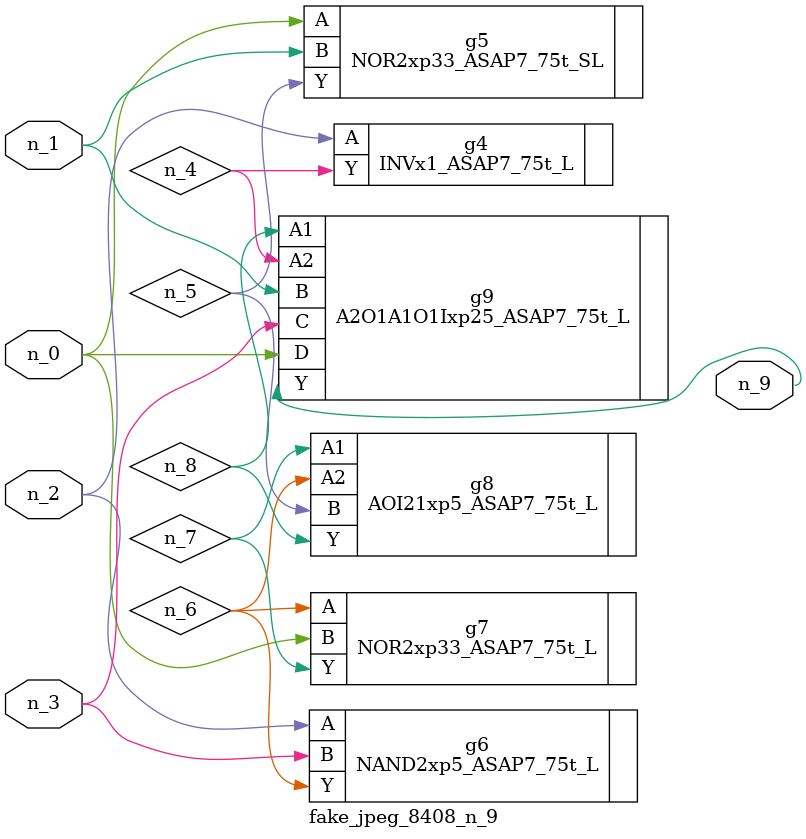
<source format=v>
module fake_jpeg_8408_n_9 (n_0, n_3, n_2, n_1, n_9);

input n_0;
input n_3;
input n_2;
input n_1;

output n_9;

wire n_4;
wire n_8;
wire n_6;
wire n_5;
wire n_7;

INVx1_ASAP7_75t_L g4 ( 
.A(n_2),
.Y(n_4)
);

NOR2xp33_ASAP7_75t_SL g5 ( 
.A(n_0),
.B(n_1),
.Y(n_5)
);

NAND2xp5_ASAP7_75t_L g6 ( 
.A(n_2),
.B(n_3),
.Y(n_6)
);

NOR2xp33_ASAP7_75t_L g7 ( 
.A(n_6),
.B(n_0),
.Y(n_7)
);

AOI21xp5_ASAP7_75t_L g8 ( 
.A1(n_7),
.A2(n_6),
.B(n_5),
.Y(n_8)
);

A2O1A1O1Ixp25_ASAP7_75t_L g9 ( 
.A1(n_8),
.A2(n_4),
.B(n_1),
.C(n_3),
.D(n_0),
.Y(n_9)
);


endmodule
</source>
